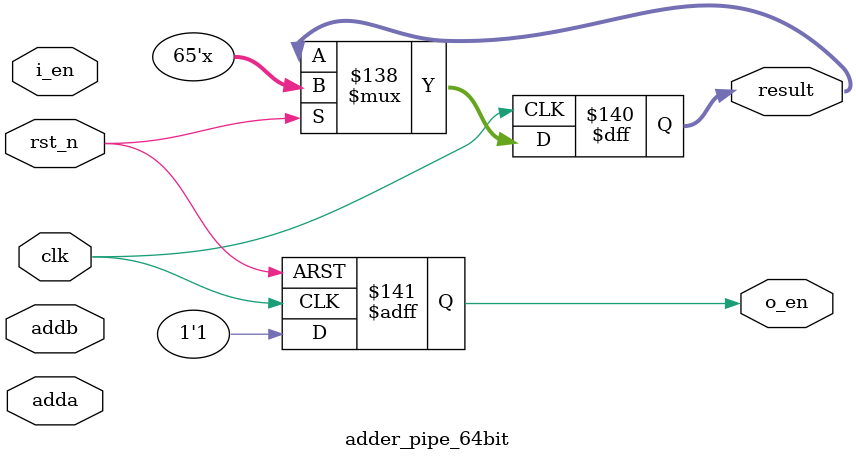
<source format=v>
module adder_pipe_64bit
#(
    parameter DATA_WIDTH = 64,
    parameter STG_WIDTH = 16
)
(
    input clk,
    input rst_n,
    input i_en,
    input [DATA_WIDTH-1:0] adda,
    input [DATA_WIDTH-1:0] addb,
    output [DATA_WIDTH:0] result,
    output reg o_en
);

reg [DATA_WIDTH-1:0] sum_reg [0:STG_WIDTH-1];
reg [STG_WIDTH-1:0] carry_reg [0:STG_WIDTH-1];

integer i;

always @(posedge clk or negedge rst_n) begin
    if (~rst_n) begin
        o_en <= 0;
        for (i = 0; i < STG_WIDTH; i = i + 1) begin
            sum_reg[i] <= 0;
            carry_reg[i] <= 0;
        end
    end
    else begin
        if (i_en) begin
            sum_reg[0] <= adda + addb;
            carry_reg[0] <= (adda[DATA_WIDTH-1] & addb[DATA_WIDTH-1]);
            for (i = 1; i < STG_WIDTH; i = i + 1) begin
                sum_reg[i] <= sum_reg[i-1] + carry_reg[i-1];
                carry_reg[i] <= (sum_reg[i-1][DATA_WIDTH-1] & carry_reg[i-1][DATA_WIDTH-1]);
            end
            sum_reg[STG_WIDTH] <= sum_reg[STG_WIDTH-1] + carry_reg[STG_WIDTH-1];
            carry_reg[STG_WIDTH] <= (sum_reg[STG_WIDTH-1][DATA_WIDTH-1] & carry_reg[STG_WIDTH-1][DATA_WIDTH-1]);
        end
        o_en <= 1;
        result <= {carry_reg[STG_WIDTH], sum_reg[STG_WIDTH]};
    end
end

endmodule
</source>
